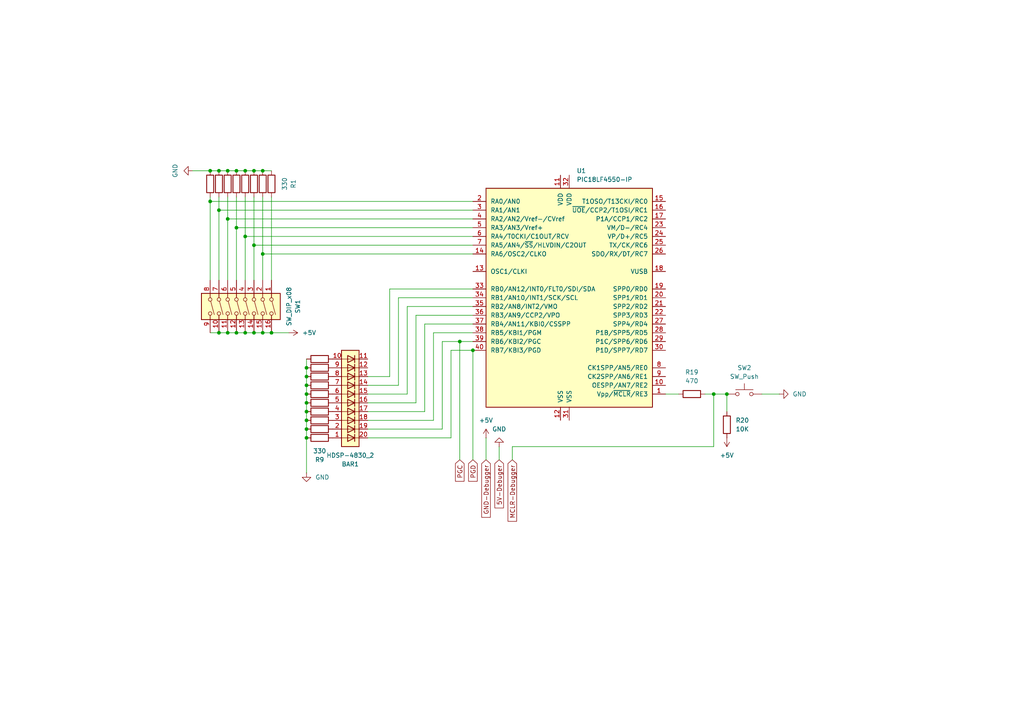
<source format=kicad_sch>
(kicad_sch (version 20250114) (generator "eeschema") (generator_version "9.0")
  (paper "A4")
  (lib_symbols
    (symbol "Device:R" (pin_numbers (hide yes)) (pin_names (offset 0))
      (property "Reference" "R" (at 2.032 0 90))
      (property "Value" "R" (at 0 0 90))
      (symbol "R_0_1"
        (rectangle (start -1.016 -2.54) (end 1.016 2.54) (stroke (width 0.254)))
      )
      (symbol "R_1_1"
        (pin passive line (at 0 3.81 270) (length 1.27) (name "~") (number "1"))
        (pin passive line (at 0 -3.81 90) (length 1.27) (name "~") (number "2"))
      )
    )
    (symbol "LED:HDSP-4830_2" (pin_names (offset 1.016) (hide yes))
      (property "Reference" "BAR" (at 0 15.24 0))
      (property "Value" "HDSP-4830_2" (at 0 -17.78 0))
      (symbol "HDSP-4830_2_0_1"
        (rectangle (start -2.54 12.7) (end 2.54 -15.24) (stroke (width 0.254)) (fill (type background)))
        (polyline (pts (xy -2.54 10.16) (xy 2.54 10.16)))
        (polyline (pts (xy -2.54 7.62) (xy 2.54 7.62)))
        (polyline (pts (xy -2.54 5.08) (xy 2.54 5.08)))
        (polyline (pts (xy -2.54 0) (xy 2.54 0)))
        (polyline (pts (xy -2.54 -5.08) (xy 2.54 -5.08)))
        (polyline (pts (xy -2.54 -7.62) (xy 2.54 -7.62)))
        (polyline (pts (xy -2.54 -10.16) (xy 2.54 -10.16)))
        (polyline (pts (xy -2.54 -12.7) (xy 2.54 -12.7)))
        (polyline (pts (xy -0.762 11.176) (xy -0.762 9.144) (xy 1.27 10.16) (xy -0.762 11.176)) (stroke (width 0.254)))
        (polyline (pts (xy -0.762 8.636) (xy -0.762 6.604) (xy 1.27 7.62) (xy -0.762 8.636)) (stroke (width 0.254)))
        (polyline (pts (xy -0.762 6.096) (xy -0.762 4.064) (xy 1.27 5.08) (xy -0.762 6.096)) (stroke (width 0.254)))
        (polyline (pts (xy -0.762 3.556) (xy -0.762 1.524) (xy 1.27 2.54) (xy -0.762 3.556)) (stroke (width 0.254)))
        (polyline (pts (xy -0.762 1.016) (xy -0.762 -1.016) (xy 1.27 0) (xy -0.762 1.016)) (stroke (width 0.254)))
        (polyline (pts (xy -0.762 -1.524) (xy -0.762 -3.556) (xy 1.27 -2.54) (xy -0.762 -1.524)) (stroke (width 0.254)))
        (polyline (pts (xy -0.762 -4.064) (xy -0.762 -6.096) (xy 1.27 -5.08) (xy -0.762 -4.064)) (stroke (width 0.254)))
        (polyline (pts (xy -0.762 -6.604) (xy -0.762 -8.636) (xy 1.27 -7.62) (xy -0.762 -6.604)) (stroke (width 0.254)))
        (polyline (pts (xy -0.762 -9.144) (xy -0.762 -11.176) (xy 1.27 -10.16) (xy -0.762 -9.144)) (stroke (width 0.254)))
        (polyline (pts (xy -0.762 -11.684) (xy -0.762 -13.716) (xy 1.27 -12.7) (xy -0.762 -11.684)) (stroke (width 0.254)))
        (polyline (pts (xy 1.27 11.176) (xy 1.27 9.144)) (stroke (width 0.254)))
        (polyline (pts (xy 1.27 8.636) (xy 1.27 6.604)) (stroke (width 0.254)))
        (polyline (pts (xy 1.27 6.096) (xy 1.27 4.064)) (stroke (width 0.254)))
        (polyline (pts (xy 1.27 3.556) (xy 1.27 1.524)) (stroke (width 0.254)))
        (polyline (pts (xy 1.27 1.016) (xy 1.27 -1.016)) (stroke (width 0.254)))
        (polyline (pts (xy 1.27 -1.524) (xy 1.27 -3.556)) (stroke (width 0.254)))
        (polyline (pts (xy 1.27 -4.064) (xy 1.27 -6.096)) (stroke (width 0.254)))
        (polyline (pts (xy 1.27 -6.604) (xy 1.27 -8.636)) (stroke (width 0.254)))
        (polyline (pts (xy 1.27 -9.144) (xy 1.27 -11.176)) (stroke (width 0.254)))
        (polyline (pts (xy 1.27 -11.684) (xy 1.27 -13.716)) (stroke (width 0.254)))
        (polyline (pts (xy 2.54 2.54) (xy -2.54 2.54)))
        (polyline (pts (xy 2.54 -2.54) (xy -2.54 -2.54)))
      )
      (symbol "HDSP-4830_2_1_1"
        (pin passive line (at -5.08 10.16 0) (length 2.54) (name "A") (number "1"))
        (pin passive line (at -5.08 7.62 0) (length 2.54) (name "A") (number "2"))
        (pin passive line (at -5.08 5.08 0) (length 2.54) (name "A") (number "3"))
        (pin passive line (at -5.08 2.54 0) (length 2.54) (name "A") (number "4"))
        (pin passive line (at -5.08 0 0) (length 2.54) (name "A") (number "5"))
        (pin passive line (at -5.08 -2.54 0) (length 2.54) (name "A") (number "6"))
        (pin passive line (at -5.08 -5.08 0) (length 2.54) (name "A") (number "7"))
        (pin passive line (at -5.08 -7.62 0) (length 2.54) (name "A") (number "8"))
        (pin passive line (at -5.08 -10.16 0) (length 2.54) (name "A") (number "9"))
        (pin passive line (at -5.08 -12.7 0) (length 2.54) (name "A") (number "10"))
        (pin passive line (at 5.08 10.16 180) (length 2.54) (name "K") (number "20"))
        (pin passive line (at 5.08 7.62 180) (length 2.54) (name "K") (number "19"))
        (pin passive line (at 5.08 5.08 180) (length 2.54) (name "K") (number "18"))
        (pin passive line (at 5.08 2.54 180) (length 2.54) (name "K") (number "17"))
        (pin passive line (at 5.08 0 180) (length 2.54) (name "K") (number "16"))
        (pin passive line (at 5.08 -2.54 180) (length 2.54) (name "K") (number "15"))
        (pin passive line (at 5.08 -5.08 180) (length 2.54) (name "K") (number "14"))
        (pin passive line (at 5.08 -7.62 180) (length 2.54) (name "K") (number "13"))
        (pin passive line (at 5.08 -10.16 180) (length 2.54) (name "K") (number "12"))
        (pin passive line (at 5.08 -12.7 180) (length 2.54) (name "K") (number "11"))
      )
    )
    (symbol "MCU_Microchip_PIC18:PIC18LF4550-IP" (pin_names (offset 1.27))
      (property "Reference" "U" (at -22.86 33.02 0))
      (property "Value" "PIC18LF4550-IP" (at 13.97 -33.02 0))
      (symbol "PIC18LF4550-IP_0_1"
        (rectangle (start -24.13 31.75) (end 24.13 -31.75) (stroke (width 0.254)) (fill (type background)))
      )
      (symbol "PIC18LF4550-IP_1_1"
        (pin bidirectional line (at -27.94 27.94 0) (length 3.81) (name "RA0/AN0") (number "2"))
        (pin bidirectional line (at -27.94 25.4 0) (length 3.81) (name "RA1/AN1") (number "3"))
        (pin bidirectional line (at -27.94 22.86 0) (length 3.81) (name "RA2/AN2/Vref-/CVref") (number "4"))
        (pin bidirectional line (at -27.94 20.32 0) (length 3.81) (name "RA3/AN3/Vref+") (number "5"))
        (pin bidirectional line (at -27.94 17.78 0) (length 3.81) (name "RA4/T0CKI/C1OUT/RCV") (number "6"))
        (pin bidirectional line (at -27.94 15.24 0) (length 3.81) (name "RA5/AN4/~{SS}/HLVDIN/C2OUT") (number "7"))
        (pin output line (at -27.94 12.7 0) (length 3.81) (name "RA6/OSC2/CLKO") (number "14"))
        (pin input line (at -27.94 7.62 0) (length 3.81) (name "OSC1/CLKI") (number "13"))
        (pin bidirectional line (at -27.94 2.54 0) (length 3.81) (name "RB0/AN12/INT0/FLT0/SDI/SDA") (number "33"))
        (pin bidirectional line (at -27.94 0 0) (length 3.81) (name "RB1/AN10/INT1/SCK/SCL") (number "34"))
        (pin bidirectional line (at -27.94 -2.54 0) (length 3.81) (name "RB2/AN8/INT2/VMO") (number "35"))
        (pin bidirectional line (at -27.94 -5.08 0) (length 3.81) (name "RB3/AN9/CCP2/VPO") (number "36"))
        (pin bidirectional line (at -27.94 -7.62 0) (length 3.81) (name "RB4/AN11/KBI0/CSSPP") (number "37"))
        (pin bidirectional line (at -27.94 -10.16 0) (length 3.81) (name "RB5/KBI1/PGM") (number "38"))
        (pin bidirectional line (at -27.94 -12.7 0) (length 3.81) (name "RB6/KBI2/PGC") (number "39"))
        (pin bidirectional line (at -27.94 -15.24 0) (length 3.81) (name "RB7/KBI3/PGD") (number "40"))
        (pin power_in line (at -2.54 35.56 270) (length 3.81) (name "VDD") (number "11"))
        (pin power_in line (at -2.54 -35.56 90) (length 3.81) (name "VSS") (number "12"))
        (pin power_in line (at 0 35.56 270) (length 3.81) (name "VDD") (number "32"))
        (pin power_in line (at 0 -35.56 90) (length 3.81) (name "VSS") (number "31"))
        (pin bidirectional line (at 27.94 27.94 180) (length 3.81) (name "T1OSO/T13CKI/RC0") (number "15"))
        (pin bidirectional line (at 27.94 25.4 180) (length 3.81) (name "~{UOE}/CCP2/T1OSI/RC1") (number "16"))
        (pin bidirectional line (at 27.94 22.86 180) (length 3.81) (name "P1A/CCP1/RC2") (number "17"))
        (pin bidirectional line (at 27.94 20.32 180) (length 3.81) (name "VM/D-/RC4") (number "23"))
        (pin bidirectional line (at 27.94 17.78 180) (length 3.81) (name "VP/D+/RC5") (number "24"))
        (pin bidirectional line (at 27.94 15.24 180) (length 3.81) (name "TX/CK/RC6") (number "25"))
        (pin bidirectional line (at 27.94 12.7 180) (length 3.81) (name "SDO/RX/DT/RC7") (number "26"))
        (pin bidirectional line (at 27.94 7.62 180) (length 3.81) (name "VUSB") (number "18"))
        (pin bidirectional line (at 27.94 2.54 180) (length 3.81) (name "SPP0/RD0") (number "19"))
        (pin bidirectional line (at 27.94 0 180) (length 3.81) (name "SPP1/RD1") (number "20"))
        (pin bidirectional line (at 27.94 -2.54 180) (length 3.81) (name "SPP2/RD2") (number "21"))
        (pin bidirectional line (at 27.94 -5.08 180) (length 3.81) (name "SPP3/RD3") (number "22"))
        (pin bidirectional line (at 27.94 -7.62 180) (length 3.81) (name "SPP4/RD4") (number "27"))
        (pin bidirectional line (at 27.94 -10.16 180) (length 3.81) (name "P1B/SPP5/RD5") (number "28"))
        (pin bidirectional line (at 27.94 -12.7 180) (length 3.81) (name "P1C/SPP6/RD6") (number "29"))
        (pin bidirectional line (at 27.94 -15.24 180) (length 3.81) (name "P1D/SPP7/RD7") (number "30"))
        (pin bidirectional line (at 27.94 -20.32 180) (length 3.81) (name "CK1SPP/AN5/RE0") (number "8"))
        (pin bidirectional line (at 27.94 -22.86 180) (length 3.81) (name "CK2SPP/AN6/RE1") (number "9"))
        (pin bidirectional line (at 27.94 -25.4 180) (length 3.81) (name "OESPP/AN7/RE2") (number "10"))
        (pin input line (at 27.94 -27.94 180) (length 3.81) (name "Vpp/~{MCLR}/RE3") (number "1"))
      )
    )
    (symbol "Switch:SW_DIP_x08" (pin_names (offset 0) (hide yes))
      (property "Reference" "SW" (at 0 13.97 0))
      (property "Value" "SW_DIP_x08" (at 0 -11.43 0))
      (symbol "SW_DIP_x08_0_0"
        (circle (center -2.032 10.16) (radius 0.508))
        (circle (center -2.032 7.62) (radius 0.508))
        (circle (center -2.032 5.08) (radius 0.508))
        (circle (center -2.032 2.54) (radius 0.508))
        (circle (center -2.032 0) (radius 0.508))
        (circle (center -2.032 -2.54) (radius 0.508))
        (circle (center -2.032 -5.08) (radius 0.508))
        (circle (center -2.032 -7.62) (radius 0.508))
        (polyline (pts (xy -1.524 10.287) (xy 2.3622 11.3284)))
        (polyline (pts (xy -1.524 7.747) (xy 2.3622 8.7884)))
        (polyline (pts (xy -1.524 5.207) (xy 2.3622 6.2484)))
        (polyline (pts (xy -1.524 2.667) (xy 2.3622 3.7084)))
        (polyline (pts (xy -1.524 0.127) (xy 2.3622 1.1684)))
        (polyline (pts (xy -1.524 -2.3876) (xy 2.3622 -1.3462)))
        (polyline (pts (xy -1.524 -4.9276) (xy 2.3622 -3.8862)))
        (polyline (pts (xy -1.524 -7.4676) (xy 2.3622 -6.4262)))
        (circle (center 2.032 10.16) (radius 0.508))
        (circle (center 2.032 7.62) (radius 0.508))
        (circle (center 2.032 5.08) (radius 0.508))
        (circle (center 2.032 2.54) (radius 0.508))
        (circle (center 2.032 0) (radius 0.508))
        (circle (center 2.032 -2.54) (radius 0.508))
        (circle (center 2.032 -5.08) (radius 0.508))
        (circle (center 2.032 -7.62) (radius 0.508))
      )
      (symbol "SW_DIP_x08_0_1"
        (rectangle (start -3.81 12.7) (end 3.81 -10.16) (stroke (width 0.254)) (fill (type background)))
      )
      (symbol "SW_DIP_x08_1_1"
        (pin passive line (at -7.62 10.16 0) (length 5.08) (name "~") (number "1"))
        (pin passive line (at -7.62 7.62 0) (length 5.08) (name "~") (number "2"))
        (pin passive line (at -7.62 5.08 0) (length 5.08) (name "~") (number "3"))
        (pin passive line (at -7.62 2.54 0) (length 5.08) (name "~") (number "4"))
        (pin passive line (at -7.62 0 0) (length 5.08) (name "~") (number "5"))
        (pin passive line (at -7.62 -2.54 0) (length 5.08) (name "~") (number "6"))
        (pin passive line (at -7.62 -5.08 0) (length 5.08) (name "~") (number "7"))
        (pin passive line (at -7.62 -7.62 0) (length 5.08) (name "~") (number "8"))
        (pin passive line (at 7.62 10.16 180) (length 5.08) (name "~") (number "16"))
        (pin passive line (at 7.62 7.62 180) (length 5.08) (name "~") (number "15"))
        (pin passive line (at 7.62 5.08 180) (length 5.08) (name "~") (number "14"))
        (pin passive line (at 7.62 2.54 180) (length 5.08) (name "~") (number "13"))
        (pin passive line (at 7.62 0 180) (length 5.08) (name "~") (number "12"))
        (pin passive line (at 7.62 -2.54 180) (length 5.08) (name "~") (number "11"))
        (pin passive line (at 7.62 -5.08 180) (length 5.08) (name "~") (number "10"))
        (pin passive line (at 7.62 -7.62 180) (length 5.08) (name "~") (number "9"))
      )
    )
    (symbol "Switch:SW_Push" (pin_numbers (hide yes)) (pin_names (offset 1.016) (hide yes))
      (property "Reference" "SW" (at 1.27 2.54 0))
      (property "Value" "SW_Push" (at 0 -1.524 0))
      (symbol "SW_Push_0_1"
        (circle (center -2.032 0) (radius 0.508))
        (polyline (pts (xy 0 1.27) (xy 0 3.048)))
        (circle (center 2.032 0) (radius 0.508))
        (polyline (pts (xy 2.54 1.27) (xy -2.54 1.27)))
        (pin passive line (at -5.08 0 0) (length 2.54) (name "1") (number "1"))
        (pin passive line (at 5.08 0 180) (length 2.54) (name "2") (number "2"))
      )
    )
    (symbol "power:+5V" (power) (pin_numbers (hide yes)) (pin_names (offset 0) (hide yes))
      (property "Value" "+5V" (at 0 3.556 0))
      (symbol "+5V_0_1"
        (polyline (pts (xy -0.762 1.27) (xy 0 2.54)))
        (polyline (pts (xy 0 2.54) (xy 0.762 1.27)))
        (polyline (pts (xy 0 0) (xy 0 2.54)))
      )
      (symbol "+5V_1_1"
        (pin power_in line (at 0 0 90) (length 0) (name "~") (number "1"))
      )
    )
    (symbol "power:GND" (power) (pin_numbers (hide yes)) (pin_names (offset 0) (hide yes))
      (property "Value" "GND" (at 0 -3.81 0))
      (symbol "GND_0_1"
        (polyline (pts (xy 0 0) (xy 0 -1.27) (xy 1.27 -1.27) (xy 0 -2.54) (xy -1.27 -1.27) (xy 0 -1.27)))
      )
      (symbol "GND_1_1"
        (pin power_in line (at 0 0 270) (length 0) (name "~") (number "1"))
      )
    )
  )
  (junction (at 63.5 60.96))
  (junction (at 76.2 96.52))
  (junction (at 71.12 96.52))
  (junction (at 71.12 49.53))
  (junction (at 88.9 109.22))
  (junction (at 63.5 49.53))
  (junction (at 60.96 49.53))
  (junction (at 60.96 58.42))
  (junction (at 68.58 96.52))
  (junction (at 137.16 101.6))
  (junction (at 76.2 49.53))
  (junction (at 66.04 63.5))
  (junction (at 78.74 96.52))
  (junction (at 68.58 66.04))
  (junction (at 88.9 124.46))
  (junction (at 73.66 71.12))
  (junction (at 88.9 111.76))
  (junction (at 63.5 96.52))
  (junction (at 88.9 106.68))
  (junction (at 73.66 96.52))
  (junction (at 88.9 121.92))
  (junction (at 73.66 49.53))
  (junction (at 66.04 49.53))
  (junction (at 88.9 127))
  (junction (at 88.9 119.38))
  (junction (at 71.12 68.58))
  (junction (at 88.9 116.84))
  (junction (at 66.04 96.52))
  (junction (at 207.01 114.3))
  (junction (at 68.58 49.53))
  (junction (at 88.9 114.3))
  (junction (at 76.2 73.66))
  (junction (at 133.35 99.06))
  (junction (at 210.82 114.3))
  (wire (pts (xy 71.12 96.52) (xy 68.58 96.52)))
  (wire (pts (xy 115.57 86.36) (xy 137.16 86.36)))
  (wire (pts (xy 123.19 119.38) (xy 123.19 93.98)))
  (wire (pts (xy 60.96 58.42) (xy 137.16 58.42)))
  (wire (pts (xy 115.57 111.76) (xy 115.57 86.36)))
  (wire (pts (xy 118.11 88.9) (xy 137.16 88.9)))
  (wire (pts (xy 88.9 109.22) (xy 88.9 111.76)))
  (wire (pts (xy 106.68 119.38) (xy 123.19 119.38)))
  (wire (pts (xy 71.12 49.53) (xy 68.58 49.53)))
  (wire (pts (xy 63.5 96.52) (xy 60.96 96.52)))
  (wire (pts (xy 68.58 57.15) (xy 68.58 66.04)))
  (wire (pts (xy 88.9 106.68) (xy 88.9 109.22)))
  (wire (pts (xy 207.01 114.3) (xy 210.82 114.3)))
  (wire (pts (xy 68.58 66.04) (xy 137.16 66.04)))
  (wire (pts (xy 88.9 116.84) (xy 88.9 114.3)))
  (wire (pts (xy 63.5 49.53) (xy 60.96 49.53)))
  (wire (pts (xy 106.68 109.22) (xy 113.03 109.22)))
  (wire (pts (xy 118.11 114.3) (xy 118.11 88.9)))
  (wire (pts (xy 76.2 73.66) (xy 76.2 81.28)))
  (wire (pts (xy 60.96 49.53) (xy 55.88 49.53)))
  (wire (pts (xy 133.35 99.06) (xy 133.35 133.35)))
  (wire (pts (xy 66.04 49.53) (xy 63.5 49.53)))
  (wire (pts (xy 148.59 133.35) (xy 148.59 129.54)))
  (wire (pts (xy 73.66 71.12) (xy 137.16 71.12)))
  (wire (pts (xy 66.04 96.52) (xy 63.5 96.52)))
  (wire (pts (xy 128.27 124.46) (xy 128.27 99.06)))
  (wire (pts (xy 120.65 116.84) (xy 120.65 91.44)))
  (wire (pts (xy 63.5 60.96) (xy 137.16 60.96)))
  (wire (pts (xy 106.68 121.92) (xy 125.73 121.92)))
  (wire (pts (xy 226.06 114.3) (xy 220.98 114.3)))
  (wire (pts (xy 78.74 96.52) (xy 76.2 96.52)))
  (wire (pts (xy 210.82 119.38) (xy 210.82 114.3)))
  (wire (pts (xy 73.66 49.53) (xy 71.12 49.53)))
  (wire (pts (xy 113.03 83.82) (xy 137.16 83.82)))
  (wire (pts (xy 133.35 99.06) (xy 137.16 99.06)))
  (wire (pts (xy 125.73 96.52) (xy 137.16 96.52)))
  (wire (pts (xy 76.2 57.15) (xy 76.2 73.66)))
  (wire (pts (xy 148.59 129.54) (xy 207.01 129.54)))
  (wire (pts (xy 73.66 71.12) (xy 73.66 81.28)))
  (wire (pts (xy 63.5 57.15) (xy 63.5 60.96)))
  (wire (pts (xy 68.58 49.53) (xy 66.04 49.53)))
  (wire (pts (xy 144.78 129.54) (xy 144.78 133.35)))
  (wire (pts (xy 78.74 57.15) (xy 78.74 81.28)))
  (wire (pts (xy 63.5 60.96) (xy 63.5 81.28)))
  (wire (pts (xy 76.2 49.53) (xy 73.66 49.53)))
  (wire (pts (xy 88.9 111.76) (xy 88.9 114.3)))
  (wire (pts (xy 130.81 101.6) (xy 137.16 101.6)))
  (wire (pts (xy 123.19 93.98) (xy 137.16 93.98)))
  (wire (pts (xy 130.81 127) (xy 130.81 101.6)))
  (wire (pts (xy 125.73 121.92) (xy 125.73 96.52)))
  (wire (pts (xy 113.03 109.22) (xy 113.03 83.82)))
  (wire (pts (xy 204.47 114.3) (xy 207.01 114.3)))
  (wire (pts (xy 71.12 68.58) (xy 137.16 68.58)))
  (wire (pts (xy 88.9 104.14) (xy 88.9 106.68)))
  (wire (pts (xy 73.66 96.52) (xy 71.12 96.52)))
  (wire (pts (xy 106.68 114.3) (xy 118.11 114.3)))
  (wire (pts (xy 66.04 63.5) (xy 66.04 81.28)))
  (wire (pts (xy 140.97 127) (xy 140.97 133.35)))
  (wire (pts (xy 83.82 96.52) (xy 78.74 96.52)))
  (wire (pts (xy 106.68 116.84) (xy 120.65 116.84)))
  (wire (pts (xy 207.01 129.54) (xy 207.01 114.3)))
  (wire (pts (xy 66.04 57.15) (xy 66.04 63.5)))
  (wire (pts (xy 120.65 91.44) (xy 137.16 91.44)))
  (wire (pts (xy 76.2 96.52) (xy 73.66 96.52)))
  (wire (pts (xy 60.96 58.42) (xy 60.96 81.28)))
  (wire (pts (xy 78.74 49.53) (xy 76.2 49.53)))
  (wire (pts (xy 196.85 114.3) (xy 193.04 114.3)))
  (wire (pts (xy 106.68 111.76) (xy 115.57 111.76)))
  (wire (pts (xy 88.9 127) (xy 88.9 124.46)))
  (wire (pts (xy 73.66 57.15) (xy 73.66 71.12)))
  (wire (pts (xy 68.58 96.52) (xy 66.04 96.52)))
  (wire (pts (xy 128.27 99.06) (xy 133.35 99.06)))
  (wire (pts (xy 88.9 121.92) (xy 88.9 124.46)))
  (wire (pts (xy 137.16 101.6) (xy 137.16 133.35)))
  (wire (pts (xy 71.12 68.58) (xy 71.12 81.28)))
  (wire (pts (xy 60.96 57.15) (xy 60.96 58.42)))
  (wire (pts (xy 71.12 57.15) (xy 71.12 68.58)))
  (wire (pts (xy 106.68 127) (xy 130.81 127)))
  (wire (pts (xy 68.58 66.04) (xy 68.58 81.28)))
  (wire (pts (xy 88.9 116.84) (xy 88.9 119.38)))
  (wire (pts (xy 106.68 124.46) (xy 128.27 124.46)))
  (wire (pts (xy 76.2 73.66) (xy 137.16 73.66)))
  (wire (pts (xy 88.9 127) (xy 88.9 137.16)))
  (wire (pts (xy 88.9 119.38) (xy 88.9 121.92)))
  (wire (pts (xy 66.04 63.5) (xy 137.16 63.5)))
  (global_label "GND-Debugger" (shape input) (at 140.97 133.35 270) (property "Intersheetrefs" "${INTERSHEET_REFS}" (effects (hide yes))))
  (global_label "PGC" (shape input) (at 133.35 133.35 270) (property "Intersheetrefs" "${INTERSHEET_REFS}" (effects (hide yes))))
  (global_label "MCLR-Debugger" (shape input) (at 148.59 133.35 270) (property "Intersheetrefs" "${INTERSHEET_REFS}" (effects (hide yes))))
  (global_label "PGD" (shape input) (at 137.16 133.35 270) (property "Intersheetrefs" "${INTERSHEET_REFS}" (effects (hide yes))))
  (global_label "5V-Debuger" (shape input) (at 144.78 133.35 270) (property "Intersheetrefs" "${INTERSHEET_REFS}" (effects (hide yes))))
  (symbol (lib_id "Device:R") (at 92.71 104.14 90) (mirror x) (unit 1)
    (property "Reference" "R18" (effects (hide yes)))
    (property "Value" "330" (effects (hide yes)))
    (property "Description" "Resistor" (effects (hide yes)))
  )
  (symbol (lib_id "Device:R") (at 78.74 53.34 0) (unit 1)
    (property "Reference" "R1" (at 85.09 53.34 90))
    (property "Value" "330" (at 82.55 53.34 90))
    (property "Description" "Resistor" (effects (hide yes)))
  )
  (symbol (lib_id "Device:R") (at 92.71 116.84 90) (mirror x) (unit 1)
    (property "Reference" "R13" (effects (hide yes)))
    (property "Value" "330" (effects (hide yes)))
    (property "Description" "Resistor" (effects (hide yes)))
  )
  (symbol (lib_id "power:GND") (at 55.88 49.53 270) (unit 1)
    (property "Reference" "#PWR01" (effects (hide yes)))
    (property "Value" "GND" (at 50.8 49.53 0))
    (property "Description" "Power symbol creates a global label with name \"GND\" , ground" (effects (hide yes)))
  )
  (symbol (lib_id "Switch:SW_DIP_x08") (at 68.58 88.9 270) (unit 1)
    (property "Reference" "SW1" (at 86.36 88.9 0))
    (property "Value" "SW_DIP_x08" (at 83.82 88.9 0))
    (property "Description" "8x DIP Switch, Single Pole Single Throw (SPST) switch, small symbol" (effects (hide yes)))
  )
  (symbol (lib_id "Device:R") (at 92.71 121.92 90) (mirror x) (unit 1)
    (property "Reference" "R11" (effects (hide yes)))
    (property "Value" "330" (effects (hide yes)))
    (property "Description" "Resistor" (effects (hide yes)))
  )
  (symbol (lib_id "Device:R") (at 60.96 53.34 0) (unit 1)
    (property "Reference" "R8" (effects (hide yes)))
    (property "Value" "330" (effects (hide yes)))
    (property "Description" "Resistor" (effects (hide yes)))
  )
  (symbol (lib_id "power:+5V") (at 210.82 127 180) (unit 1)
    (property "Reference" "#PWR04" (effects (hide yes)))
    (property "Value" "+5V" (at 210.82 132.08 0))
    (property "Description" "Power symbol creates a global label with name \"+5V\"" (effects (hide yes)))
  )
  (symbol (lib_id "power:GND") (at 144.78 129.54 180) (unit 1)
    (property "Reference" "#PWR06" (effects (hide yes)))
    (property "Value" "GND" (at 144.78 124.46 0))
    (property "Description" "Power symbol creates a global label with name \"GND\" , ground" (effects (hide yes)))
  )
  (symbol (lib_id "Device:R") (at 92.71 106.68 90) (mirror x) (unit 1)
    (property "Reference" "R17" (effects (hide yes)))
    (property "Value" "330" (effects (hide yes)))
    (property "Description" "Resistor" (effects (hide yes)))
  )
  (symbol (lib_id "Device:R") (at 71.12 53.34 0) (unit 1)
    (property "Reference" "R4" (effects (hide yes)))
    (property "Value" "330" (effects (hide yes)))
    (property "Description" "Resistor" (effects (hide yes)))
  )
  (symbol (lib_id "Device:R") (at 76.2 53.34 0) (unit 1)
    (property "Reference" "R2" (effects (hide yes)))
    (property "Value" "330" (effects (hide yes)))
    (property "Description" "Resistor" (effects (hide yes)))
  )
  (symbol (lib_id "Device:R") (at 68.58 53.34 0) (unit 1)
    (property "Reference" "R5" (effects (hide yes)))
    (property "Value" "330" (effects (hide yes)))
    (property "Description" "Resistor" (effects (hide yes)))
  )
  (symbol (lib_id "power:GND") (at 88.9 137.16 0) (mirror y) (unit 1)
    (property "Reference" "#PWR03" (effects (hide yes)))
    (property "Value" "GND" (at 91.44 138.4299 0) (effects (justify right)))
    (property "Description" "Power symbol creates a global label with name \"GND\" , ground" (effects (hide yes)))
  )
  (symbol (lib_id "Device:R") (at 92.71 119.38 90) (mirror x) (unit 1)
    (property "Reference" "R12" (effects (hide yes)))
    (property "Value" "330" (effects (hide yes)))
    (property "Description" "Resistor" (effects (hide yes)))
  )
  (symbol (lib_id "LED:HDSP-4830_2") (at 101.6 116.84 0) (mirror x) (unit 1)
    (property "Reference" "BAR1" (at 101.6 134.62 0))
    (property "Value" "HDSP-4830_2" (at 101.6 132.08 0))
    (property "Footprint" "Display:HDSP-4830" (effects (hide yes)))
    (property "Datasheet" "https://docs.broadcom.com/docs/AV02-1798EN" (effects (hide yes)))
    (property "Description" "BAR GRAPH 10 segment block, high efficiency red" (effects (hide yes)))
  )
  (symbol (lib_id "Device:R") (at 92.71 114.3 90) (mirror x) (unit 1)
    (property "Reference" "R14" (effects (hide yes)))
    (property "Value" "330" (effects (hide yes)))
    (property "Description" "Resistor" (effects (hide yes)))
  )
  (symbol (lib_id "power:+5V") (at 140.97 127 0) (unit 1)
    (property "Reference" "#PWR07" (effects (hide yes)))
    (property "Value" "+5V" (at 140.97 121.92 0))
    (property "Description" "Power symbol creates a global label with name \"+5V\"" (effects (hide yes)))
  )
  (symbol (lib_id "Device:R") (at 63.5 53.34 0) (unit 1)
    (property "Reference" "R7" (effects (hide yes)))
    (property "Value" "330" (effects (hide yes)))
    (property "Description" "Resistor" (effects (hide yes)))
  )
  (symbol (lib_id "MCU_Microchip_PIC18:PIC18LF4550-IP") (at 165.1 86.36 0) (unit 1)
    (property "Reference" "U1" (at 167.2433 49.53 0) (effects (justify left)))
    (property "Value" "PIC18LF4550-IP" (at 167.2433 52.07 0) (effects (justify left)))
    (property "Footprint" "Package_DIP:DIP-40_W15.24mm" (effects (hide yes)))
    (property "Datasheet" "http://ww1.microchip.com/downloads/en/DeviceDoc/39760d.pdf" (effects (hide yes)))
    (property "Description" "32K Flash, 2K SRAM, 256 EEPROM, USB, nanoWatt XLP, DIP40" (effects (hide yes)))
  )
  (symbol (lib_id "Device:R") (at 92.71 127 90) (mirror x) (unit 1)
    (property "Reference" "R9" (at 92.71 133.35 90))
    (property "Value" "330" (at 92.71 130.81 90))
    (property "Description" "Resistor" (effects (hide yes)))
  )
  (symbol (lib_id "Switch:SW_Push") (at 215.9 114.3 0) (unit 1)
    (property "Reference" "SW2" (at 215.9 106.68 0))
    (property "Value" "SW_Push" (at 215.9 109.22 0))
    (property "Description" "Push button switch, generic, two pins" (effects (hide yes)))
  )
  (symbol (lib_id "Device:R") (at 92.71 109.22 90) (mirror x) (unit 1)
    (property "Reference" "R16" (effects (hide yes)))
    (property "Value" "330" (effects (hide yes)))
    (property "Description" "Resistor" (effects (hide yes)))
  )
  (symbol (lib_id "Device:R") (at 66.04 53.34 0) (unit 1)
    (property "Reference" "R6" (effects (hide yes)))
    (property "Value" "330" (effects (hide yes)))
    (property "Description" "Resistor" (effects (hide yes)))
  )
  (symbol (lib_id "power:+5V") (at 83.82 96.52 270) (unit 1)
    (property "Reference" "#PWR02" (effects (hide yes)))
    (property "Value" "+5V" (at 87.63 96.5199 90) (effects (justify left)))
    (property "Description" "Power symbol creates a global label with name \"+5V\"" (effects (hide yes)))
  )
  (symbol (lib_id "Device:R") (at 210.82 123.19 0) (unit 1)
    (property "Reference" "R20" (at 213.36 121.9199 0) (effects (justify left)))
    (property "Value" "10K" (at 213.36 124.4599 0) (effects (justify left)))
    (property "Description" "Resistor" (effects (hide yes)))
  )
  (symbol (lib_id "Device:R") (at 92.71 124.46 90) (mirror x) (unit 1)
    (property "Reference" "R10" (effects (hide yes)))
    (property "Value" "330" (effects (hide yes)))
    (property "Description" "Resistor" (effects (hide yes)))
  )
  (symbol (lib_id "Device:R") (at 200.66 114.3 90) (unit 1)
    (property "Reference" "R19" (at 200.66 107.95 90))
    (property "Value" "470" (at 200.66 110.49 90))
    (property "Description" "Resistor" (effects (hide yes)))
  )
  (symbol (lib_id "power:GND") (at 226.06 114.3 90) (unit 1)
    (property "Reference" "#PWR05" (effects (hide yes)))
    (property "Value" "GND" (at 229.87 114.2999 90) (effects (justify right)))
    (property "Description" "Power symbol creates a global label with name \"GND\" , ground" (effects (hide yes)))
  )
  (symbol (lib_id "Device:R") (at 73.66 53.34 0) (unit 1)
    (property "Reference" "R3" (effects (hide yes)))
    (property "Value" "330" (effects (hide yes)))
    (property "Description" "Resistor" (effects (hide yes)))
  )
  (symbol (lib_id "Device:R") (at 92.71 111.76 90) (mirror x) (unit 1)
    (property "Reference" "R15" (effects (hide yes)))
    (property "Value" "330" (effects (hide yes)))
    (property "Description" "Resistor" (effects (hide yes)))
  )
  (sheet (at 464.82 7.62) (size 151.13 116.84) (stroke (width 0.1524))
    (property "Sheetname" "Display 7 segmentos" (at 464.82 6.9084 0) (effects (justify left bottom)))
    (property "Sheetfile" "untitled.kicad_sch" (at 464.82 125.0446 0) (effects (justify left top)))
  )
  (sheet (at 308.61 10.16) (size 140.97 116.84) (stroke (width 0.1524))
    (property "Sheetname" "LCD Display" (at 308.61 9.4484 0) (effects (justify left bottom)))
    (property "Sheetfile" "lcd.kicad_sch" (at 308.61 127.5846 0) (effects (justify left top)))
  )
  (sheet (at 643.89 7.62) (size 140.97 115.57) (stroke (width 0.1524))
    (property "Sheetname" "Dual display" (at 643.89 6.9084 0) (effects (justify left bottom)))
    (property "Sheetfile" "untitled.kicad_sch" (at 643.89 123.7746 0) (effects (justify left top)))
  )
)
</source>
